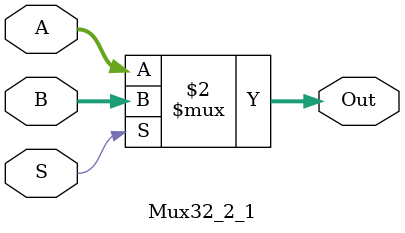
<source format=v>
`timescale 1ns / 1ps
module Mux32_2_1(
A,
B,
S,
Out
    );

input [31:0] A,B;
input S;

output [31:0] Out;
reg [31:0] Out;

always @ (A,B,S)
begin
	Out = (S)?B:A;
end
endmodule

</source>
